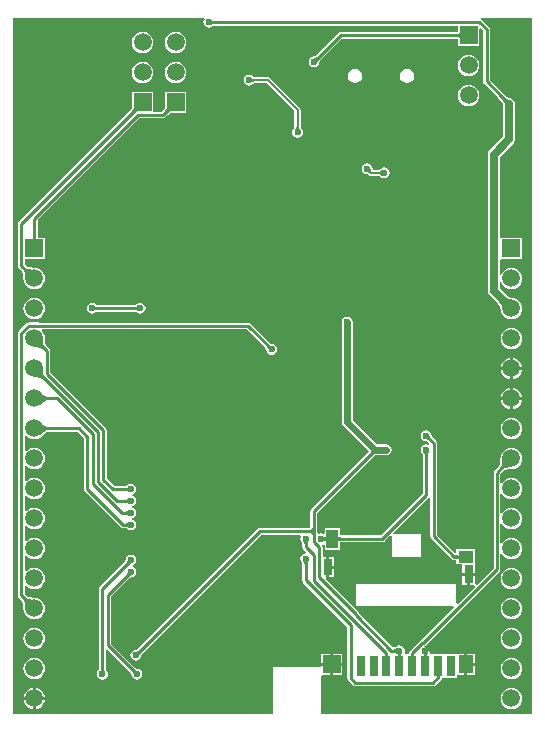
<source format=gbl>
G04*
G04 #@! TF.GenerationSoftware,Altium Limited,Altium Designer,18.1.9 (240)*
G04*
G04 Layer_Physical_Order=2*
G04 Layer_Color=16711680*
%FSLAX44Y44*%
%MOMM*%
G71*
G01*
G75*
%ADD12C,0.2000*%
%ADD13C,0.2540*%
%ADD80C,0.7000*%
%ADD83C,0.6000*%
%ADD84C,1.5000*%
%ADD85R,1.5000X1.5000*%
%ADD86C,0.6000*%
%ADD87R,1.0000X1.5500*%
%ADD88R,0.8000X1.4000*%
%ADD89R,0.7000X1.7500*%
%ADD90R,0.8000X1.5000*%
%ADD91R,1.3000X1.0000*%
%ADD92R,1.5000X1.5000*%
%ADD93R,1.3000X1.5000*%
G36*
X173313Y592942D02*
X173498Y592801D01*
X173698Y592677D01*
X173913Y592569D01*
X174143Y592477D01*
X174388Y592403D01*
X174648Y592345D01*
X174923Y592303D01*
X175213Y592278D01*
X175518Y592270D01*
Y589730D01*
X175213Y589722D01*
X174923Y589697D01*
X174648Y589655D01*
X174388Y589597D01*
X174143Y589523D01*
X173913Y589431D01*
X173698Y589323D01*
X173498Y589199D01*
X173313Y589058D01*
X173142Y588900D01*
Y593100D01*
X173313Y592942D01*
D02*
G37*
G36*
X383321Y577500D02*
X383295Y577741D01*
X383218Y577957D01*
X383090Y578148D01*
X382910Y578313D01*
X382678Y578452D01*
X382396Y578567D01*
X382061Y578656D01*
X381676Y578719D01*
X381239Y578757D01*
X380751Y578770D01*
Y581310D01*
X381239Y581323D01*
X381676Y581361D01*
X382061Y581424D01*
X382396Y581513D01*
X382678Y581628D01*
X382910Y581767D01*
X383090Y581932D01*
X383218Y582123D01*
X383295Y582339D01*
X383321Y582580D01*
Y577500D01*
D02*
G37*
G36*
X264093Y559827D02*
X263883Y559605D01*
X263696Y559383D01*
X263530Y559159D01*
X263388Y558934D01*
X263267Y558708D01*
X263169Y558480D01*
X263093Y558252D01*
X263040Y558022D01*
X263009Y557792D01*
X263000Y557560D01*
X260030Y560530D01*
X260262Y560539D01*
X260492Y560570D01*
X260722Y560623D01*
X260951Y560699D01*
X261178Y560797D01*
X261404Y560918D01*
X261629Y561060D01*
X261852Y561226D01*
X262075Y561413D01*
X262297Y561623D01*
X264093Y559827D01*
D02*
G37*
G36*
X419543Y529270D02*
X422559Y526664D01*
X423165Y526245D01*
X423713Y525919D01*
X424202Y525686D01*
X424631Y525547D01*
X425002Y525500D01*
X424538Y525036D01*
X424738Y525009D01*
X424970Y525000D01*
X422000Y522030D01*
X421991Y522262D01*
X421964Y522462D01*
X421500Y521998D01*
X421453Y522369D01*
X421314Y522799D01*
X421081Y523287D01*
X420755Y523835D01*
X420336Y524441D01*
X419219Y525831D01*
X417730Y527457D01*
X416846Y528358D01*
X418642Y530154D01*
X419543Y529270D01*
D02*
G37*
G36*
X444902Y5098D02*
X265934D01*
X265934Y37632D01*
X266832Y38530D01*
X273560D01*
Y46284D01*
X265806D01*
Y45770D01*
X264908Y44872D01*
X225294Y44882D01*
X225294Y5996D01*
X224396Y5098D01*
X5098D01*
Y594902D01*
X166639D01*
X167318Y593632D01*
X166738Y592765D01*
X166387Y591000D01*
X166738Y589235D01*
X167738Y587738D01*
X169235Y586739D01*
X171000Y586387D01*
X172765Y586739D01*
X174097Y587628D01*
X174264Y587690D01*
X174375Y587794D01*
X174435Y587839D01*
X174505Y587883D01*
X174588Y587924D01*
X174689Y587964D01*
X174809Y588001D01*
X174951Y588033D01*
X175117Y588058D01*
X175306Y588074D01*
X175563Y588081D01*
X175720Y588151D01*
X381736D01*
Y583045D01*
X381715Y583039D01*
X381470Y582999D01*
X381146Y582970D01*
X380708Y582959D01*
X380550Y582889D01*
X282510D01*
X282510Y582889D01*
X281420Y582672D01*
X280496Y582054D01*
X280496Y582054D01*
X261323Y562882D01*
X261162Y562820D01*
X260976Y562644D01*
X260831Y562522D01*
X260696Y562422D01*
X260573Y562344D01*
X260462Y562285D01*
X260363Y562242D01*
X260274Y562213D01*
X260194Y562194D01*
X260120Y562184D01*
X259967Y562178D01*
X259806Y562104D01*
X258235Y561791D01*
X256738Y560792D01*
X255739Y559295D01*
X255387Y557530D01*
X255739Y555765D01*
X256738Y554268D01*
X258235Y553269D01*
X260000Y552917D01*
X261765Y553269D01*
X263262Y554268D01*
X264261Y555765D01*
X264574Y557335D01*
X264648Y557497D01*
X264654Y557650D01*
X264664Y557724D01*
X264683Y557804D01*
X264712Y557893D01*
X264755Y557992D01*
X264814Y558103D01*
X264892Y558226D01*
X264992Y558361D01*
X265114Y558506D01*
X265290Y558692D01*
X265352Y558853D01*
X283690Y577191D01*
X380550D01*
X380708Y577121D01*
X381146Y577110D01*
X381470Y577081D01*
X381715Y577041D01*
X381736Y577035D01*
Y571016D01*
X399784D01*
Y585528D01*
X400957Y586014D01*
X403151Y583820D01*
Y541000D01*
X403151Y541000D01*
X403368Y539910D01*
X403986Y538986D01*
X415601Y527370D01*
X415668Y527203D01*
X416533Y526322D01*
X417967Y524756D01*
X419013Y523455D01*
X419366Y522943D01*
X419624Y522509D01*
X419778Y522186D01*
X419836Y522007D01*
X419863Y521792D01*
X419878Y521767D01*
Y510000D01*
Y494122D01*
X408378Y482622D01*
X407267Y480960D01*
X406878Y479000D01*
Y363800D01*
X407267Y361840D01*
X408378Y360178D01*
X415437Y353119D01*
X415461Y353057D01*
X415978Y352516D01*
X416410Y352018D01*
X416781Y351541D01*
X417092Y351085D01*
X417344Y350653D01*
X417541Y350248D01*
X417684Y349871D01*
X417780Y349520D01*
X417833Y349196D01*
X417853Y348795D01*
X417917Y348660D01*
X418208Y346444D01*
X419118Y344249D01*
X420564Y342364D01*
X422449Y340918D01*
X424644Y340008D01*
X427000Y339698D01*
X429356Y340008D01*
X431551Y340918D01*
X433436Y342364D01*
X434882Y344249D01*
X435792Y346444D01*
X436102Y348800D01*
X435792Y351156D01*
X434882Y353351D01*
X433436Y355236D01*
X431551Y356682D01*
X429356Y357592D01*
X427140Y357883D01*
X427005Y357947D01*
X426604Y357967D01*
X426280Y358020D01*
X425929Y358116D01*
X425552Y358259D01*
X425146Y358456D01*
X424715Y358708D01*
X424278Y359006D01*
X423268Y359837D01*
X422743Y360339D01*
X422681Y360363D01*
X417122Y365922D01*
Y371147D01*
X418392Y371400D01*
X419118Y369649D01*
X420564Y367764D01*
X422449Y366318D01*
X424644Y365408D01*
X427000Y365098D01*
X429356Y365408D01*
X431551Y366318D01*
X433436Y367764D01*
X434882Y369649D01*
X435792Y371844D01*
X436102Y374200D01*
X435792Y376556D01*
X434882Y378751D01*
X433436Y380636D01*
X431551Y382082D01*
X429356Y382992D01*
X427000Y383302D01*
X424644Y382992D01*
X422449Y382082D01*
X420564Y380636D01*
X419118Y378751D01*
X418392Y377000D01*
X417122Y377253D01*
Y389660D01*
X417976Y390576D01*
X418392Y390576D01*
X436024D01*
Y408624D01*
X418392D01*
X417976Y408624D01*
X417122Y409540D01*
Y476878D01*
X428622Y488378D01*
X429733Y490040D01*
X430122Y492000D01*
Y510000D01*
Y522000D01*
X429733Y523960D01*
X428622Y525622D01*
X426960Y526732D01*
X425358Y527051D01*
X425208Y527137D01*
X424993Y527164D01*
X424814Y527222D01*
X424491Y527376D01*
X424057Y527634D01*
X423569Y527971D01*
X420661Y530484D01*
X419797Y531331D01*
X419630Y531399D01*
X408849Y542180D01*
Y585000D01*
X408849Y585000D01*
X408632Y586090D01*
X408014Y587014D01*
X402014Y593014D01*
X401090Y593632D01*
X401089Y593632D01*
X401214Y594902D01*
X444902D01*
X444902Y5098D01*
D02*
G37*
G36*
X422173Y358602D02*
X423288Y357685D01*
X423833Y357313D01*
X424369Y356999D01*
X424897Y356744D01*
X425417Y356546D01*
X425928Y356406D01*
X426431Y356324D01*
X426925Y356300D01*
X419500Y348875D01*
X419476Y349369D01*
X419394Y349872D01*
X419254Y350383D01*
X419057Y350903D01*
X418801Y351431D01*
X418487Y351967D01*
X418115Y352512D01*
X417686Y353065D01*
X417198Y353627D01*
X416653Y354198D01*
X421603Y359147D01*
X422173Y358602D01*
D02*
G37*
%LPC*%
G36*
X142889Y583143D02*
X140533Y582832D01*
X138338Y581923D01*
X136453Y580477D01*
X135007Y578592D01*
X134097Y576396D01*
X133787Y574041D01*
X134097Y571685D01*
X135007Y569490D01*
X136453Y567605D01*
X138338Y566158D01*
X140533Y565249D01*
X142889Y564939D01*
X145245Y565249D01*
X147440Y566158D01*
X149325Y567605D01*
X150772Y569490D01*
X151681Y571685D01*
X151991Y574041D01*
X151681Y576396D01*
X150772Y578592D01*
X149325Y580477D01*
X147440Y581923D01*
X145245Y582832D01*
X142889Y583143D01*
D02*
G37*
G36*
X114949D02*
X112593Y582832D01*
X110398Y581923D01*
X108513Y580477D01*
X107067Y578592D01*
X106157Y576396D01*
X105847Y574041D01*
X106157Y571685D01*
X107067Y569490D01*
X108513Y567605D01*
X110398Y566158D01*
X112593Y565249D01*
X114949Y564939D01*
X117305Y565249D01*
X119500Y566158D01*
X121385Y567605D01*
X122832Y569490D01*
X123741Y571685D01*
X124051Y574041D01*
X123741Y576396D01*
X122832Y578592D01*
X121385Y580477D01*
X119500Y581923D01*
X117305Y582832D01*
X114949Y583143D01*
D02*
G37*
G36*
X390760Y563742D02*
X388404Y563432D01*
X386209Y562522D01*
X384324Y561076D01*
X382878Y559191D01*
X381968Y556996D01*
X381658Y554640D01*
X381968Y552284D01*
X382878Y550089D01*
X384324Y548204D01*
X386209Y546758D01*
X388404Y545848D01*
X390760Y545538D01*
X393116Y545848D01*
X395311Y546758D01*
X397196Y548204D01*
X398642Y550089D01*
X399552Y552284D01*
X399862Y554640D01*
X399552Y556996D01*
X398642Y559191D01*
X397196Y561076D01*
X395311Y562522D01*
X393116Y563432D01*
X390760Y563742D01*
D02*
G37*
G36*
X338580Y551892D02*
X336230Y551424D01*
X334237Y550093D01*
X332906Y548100D01*
X332438Y545750D01*
X332906Y543400D01*
X334237Y541407D01*
X336230Y540075D01*
X338580Y539608D01*
X340930Y540075D01*
X342923Y541407D01*
X344254Y543400D01*
X344722Y545750D01*
X344254Y548100D01*
X342923Y550093D01*
X340930Y551424D01*
X338580Y551892D01*
D02*
G37*
G36*
X294580D02*
X292229Y551424D01*
X290237Y550093D01*
X288906Y548100D01*
X288438Y545750D01*
X288906Y543400D01*
X290237Y541407D01*
X292229Y540075D01*
X294580Y539608D01*
X296930Y540075D01*
X298923Y541407D01*
X300254Y543400D01*
X300722Y545750D01*
X300254Y548100D01*
X298923Y550093D01*
X296930Y551424D01*
X294580Y551892D01*
D02*
G37*
G36*
X142889Y557743D02*
X140533Y557433D01*
X138338Y556523D01*
X136453Y555077D01*
X135007Y553192D01*
X134097Y550997D01*
X133787Y548641D01*
X134097Y546285D01*
X135007Y544090D01*
X136453Y542205D01*
X138338Y540758D01*
X140533Y539849D01*
X142889Y539539D01*
X145245Y539849D01*
X147440Y540758D01*
X149325Y542205D01*
X150772Y544090D01*
X151681Y546285D01*
X151991Y548641D01*
X151681Y550997D01*
X150772Y553192D01*
X149325Y555077D01*
X147440Y556523D01*
X145245Y557433D01*
X142889Y557743D01*
D02*
G37*
G36*
X114949D02*
X112593Y557433D01*
X110398Y556523D01*
X108513Y555077D01*
X107067Y553192D01*
X106157Y550997D01*
X105847Y548641D01*
X106157Y546285D01*
X107067Y544090D01*
X108513Y542205D01*
X110398Y540758D01*
X112593Y539849D01*
X114949Y539539D01*
X117305Y539849D01*
X119500Y540758D01*
X121385Y542205D01*
X122832Y544090D01*
X123741Y546285D01*
X124051Y548641D01*
X123741Y550997D01*
X122832Y553192D01*
X121385Y555077D01*
X119500Y556523D01*
X117305Y557433D01*
X114949Y557743D01*
D02*
G37*
G36*
X390760Y538342D02*
X388404Y538032D01*
X386209Y537122D01*
X384324Y535676D01*
X382878Y533791D01*
X381968Y531596D01*
X381658Y529240D01*
X381968Y526884D01*
X382878Y524689D01*
X384324Y522804D01*
X386209Y521358D01*
X388404Y520448D01*
X390760Y520138D01*
X393116Y520448D01*
X395311Y521358D01*
X397196Y522804D01*
X398642Y524689D01*
X399552Y526884D01*
X399862Y529240D01*
X399552Y531596D01*
X398642Y533791D01*
X397196Y535676D01*
X395311Y537122D01*
X393116Y538032D01*
X390760Y538342D01*
D02*
G37*
G36*
X151913Y532265D02*
X133865D01*
Y519743D01*
X133790Y519621D01*
X133822Y519489D01*
X133770Y519363D01*
X133865Y519134D01*
Y518621D01*
X133808Y518521D01*
X133607Y518232D01*
X132902Y517399D01*
X132437Y516917D01*
X132372Y516752D01*
X130939Y515320D01*
X123973D01*
Y532265D01*
X105925D01*
Y519743D01*
X105850Y519621D01*
X105882Y519489D01*
X105830Y519363D01*
X105925Y519134D01*
Y518621D01*
X105868Y518521D01*
X105667Y518232D01*
X104962Y517399D01*
X104497Y516917D01*
X104432Y516752D01*
X10216Y422536D01*
X9598Y421612D01*
X9381Y420522D01*
X9381Y420522D01*
Y384970D01*
X9381Y384970D01*
X9598Y383880D01*
X10216Y382956D01*
X12398Y380773D01*
X12444Y380633D01*
X12725Y380308D01*
X12926Y379998D01*
X13124Y379600D01*
X13308Y379111D01*
X13473Y378528D01*
X13613Y377855D01*
X13720Y377111D01*
X13843Y375290D01*
X13851Y374263D01*
X13908Y374129D01*
X14208Y371844D01*
X15118Y369649D01*
X16564Y367764D01*
X18449Y366318D01*
X20644Y365408D01*
X23000Y365098D01*
X25356Y365408D01*
X27551Y366318D01*
X29436Y367764D01*
X30882Y369649D01*
X31792Y371844D01*
X32102Y374200D01*
X31792Y376556D01*
X30882Y378751D01*
X29436Y380636D01*
X27551Y382082D01*
X25356Y382992D01*
X23071Y383293D01*
X22937Y383349D01*
X21910Y383357D01*
X20089Y383480D01*
X19345Y383587D01*
X18672Y383727D01*
X18089Y383892D01*
X17600Y384076D01*
X17202Y384273D01*
X16892Y384475D01*
X16567Y384756D01*
X16427Y384802D01*
X15079Y386150D01*
Y390576D01*
X32024D01*
Y408624D01*
X26005D01*
X25999Y408645D01*
X25959Y408890D01*
X25930Y409215D01*
X25919Y409652D01*
X25849Y409810D01*
Y423691D01*
X111780Y509622D01*
X132119D01*
X132119Y509622D01*
X133209Y509839D01*
X134134Y510456D01*
X136385Y512708D01*
X136542Y512766D01*
X137503Y513659D01*
X137862Y513946D01*
X138170Y514160D01*
X138269Y514217D01*
X138782D01*
X139012Y514122D01*
X139137Y514174D01*
X139269Y514142D01*
X139391Y514217D01*
X151913D01*
Y532265D01*
D02*
G37*
G36*
X204920Y546613D02*
X203155Y546261D01*
X201658Y545262D01*
X200658Y543765D01*
X200307Y542000D01*
X200658Y540235D01*
X201658Y538738D01*
X203155Y537738D01*
X204920Y537387D01*
X206685Y537738D01*
X208042Y538645D01*
X208201Y538707D01*
X208379Y538876D01*
X208513Y538987D01*
X208642Y539079D01*
X208768Y539154D01*
X208891Y539215D01*
X209013Y539263D01*
X209137Y539300D01*
X209266Y539327D01*
X209403Y539343D01*
X209614Y539352D01*
X209776Y539427D01*
X219934D01*
X243426Y515934D01*
Y502856D01*
X243352Y502694D01*
X243343Y502482D01*
X243327Y502346D01*
X243300Y502217D01*
X243263Y502093D01*
X243215Y501971D01*
X243154Y501848D01*
X243079Y501722D01*
X242987Y501592D01*
X242876Y501459D01*
X242707Y501281D01*
X242645Y501122D01*
X241738Y499765D01*
X241387Y498000D01*
X241738Y496235D01*
X242738Y494738D01*
X244235Y493739D01*
X246000Y493387D01*
X247765Y493739D01*
X249262Y494738D01*
X250261Y496235D01*
X250613Y498000D01*
X250261Y499765D01*
X249355Y501122D01*
X249293Y501281D01*
X249124Y501459D01*
X249013Y501593D01*
X248921Y501722D01*
X248846Y501848D01*
X248785Y501971D01*
X248737Y502093D01*
X248700Y502217D01*
X248673Y502346D01*
X248657Y502482D01*
X248648Y502694D01*
X248573Y502856D01*
Y517000D01*
X248378Y517985D01*
X247820Y518820D01*
X222820Y543820D01*
X221985Y544378D01*
X221000Y544574D01*
X209776D01*
X209614Y544648D01*
X209403Y544657D01*
X209266Y544673D01*
X209137Y544700D01*
X209013Y544737D01*
X208891Y544785D01*
X208768Y544846D01*
X208642Y544921D01*
X208513Y545013D01*
X208379Y545124D01*
X208201Y545293D01*
X208042Y545355D01*
X206685Y546261D01*
X204920Y546613D01*
D02*
G37*
G36*
X305000Y471553D02*
X303235Y471201D01*
X301738Y470201D01*
X300739Y468705D01*
X300387Y466940D01*
X300739Y465175D01*
X301738Y463678D01*
X303235Y462678D01*
X304835Y462360D01*
X304992Y462291D01*
X305236Y462285D01*
X305410Y462269D01*
X305567Y462243D01*
X305709Y462207D01*
X305839Y462163D01*
X305959Y462110D01*
X306073Y462049D01*
X306183Y461977D01*
X306291Y461892D01*
X306446Y461749D01*
X306614Y461687D01*
X306620Y461680D01*
X307455Y461122D01*
X308440Y460927D01*
X314644D01*
X314806Y460852D01*
X315018Y460843D01*
X315154Y460827D01*
X315283Y460800D01*
X315407Y460763D01*
X315529Y460715D01*
X315652Y460654D01*
X315778Y460579D01*
X315907Y460487D01*
X316041Y460376D01*
X316219Y460207D01*
X316378Y460145D01*
X317735Y459239D01*
X319500Y458887D01*
X321265Y459239D01*
X322762Y460238D01*
X323761Y461735D01*
X324113Y463500D01*
X323761Y465265D01*
X322762Y466762D01*
X321265Y467761D01*
X319500Y468113D01*
X317735Y467761D01*
X316378Y466855D01*
X316219Y466793D01*
X316041Y466624D01*
X315907Y466513D01*
X315778Y466421D01*
X315652Y466346D01*
X315529Y466285D01*
X315407Y466237D01*
X315283Y466200D01*
X315154Y466173D01*
X315018Y466157D01*
X314806Y466148D01*
X314644Y466073D01*
X309789D01*
X309777Y466101D01*
X309733Y466231D01*
X309697Y466373D01*
X309671Y466530D01*
X309655Y466703D01*
X309649Y466948D01*
X309580Y467105D01*
X309261Y468705D01*
X308262Y470201D01*
X306765Y471201D01*
X305000Y471553D01*
D02*
G37*
G36*
X112780Y353413D02*
X111015Y353061D01*
X109683Y352172D01*
X109516Y352110D01*
X109404Y352006D01*
X109345Y351961D01*
X109275Y351917D01*
X109192Y351875D01*
X109091Y351836D01*
X108971Y351799D01*
X108829Y351767D01*
X108663Y351742D01*
X108474Y351726D01*
X108217Y351719D01*
X108060Y351649D01*
X76720D01*
X76563Y351719D01*
X76306Y351726D01*
X76117Y351742D01*
X75951Y351767D01*
X75809Y351799D01*
X75689Y351836D01*
X75588Y351876D01*
X75505Y351917D01*
X75435Y351961D01*
X75376Y352006D01*
X75264Y352110D01*
X75097Y352172D01*
X73765Y353061D01*
X72000Y353413D01*
X70235Y353061D01*
X68738Y352062D01*
X67738Y350565D01*
X67387Y348800D01*
X67738Y347035D01*
X68738Y345538D01*
X70235Y344538D01*
X72000Y344187D01*
X73765Y344538D01*
X75097Y345428D01*
X75264Y345490D01*
X75376Y345594D01*
X75435Y345639D01*
X75505Y345683D01*
X75588Y345724D01*
X75689Y345764D01*
X75809Y345801D01*
X75951Y345833D01*
X76117Y345858D01*
X76306Y345874D01*
X76563Y345881D01*
X76720Y345951D01*
X108060D01*
X108217Y345881D01*
X108474Y345874D01*
X108663Y345858D01*
X108829Y345833D01*
X108971Y345801D01*
X109091Y345764D01*
X109192Y345724D01*
X109275Y345683D01*
X109345Y345639D01*
X109404Y345594D01*
X109516Y345490D01*
X109683Y345428D01*
X111015Y344538D01*
X112780Y344187D01*
X114545Y344538D01*
X116042Y345538D01*
X117042Y347035D01*
X117393Y348800D01*
X117042Y350565D01*
X116042Y352062D01*
X114545Y353061D01*
X112780Y353413D01*
D02*
G37*
G36*
X23000Y357902D02*
X20644Y357592D01*
X18449Y356682D01*
X16564Y355236D01*
X15118Y353351D01*
X14208Y351156D01*
X13898Y348800D01*
X14208Y346444D01*
X15118Y344249D01*
X16564Y342364D01*
X18449Y340918D01*
X20644Y340008D01*
X23000Y339698D01*
X25356Y340008D01*
X27551Y340918D01*
X29436Y342364D01*
X30882Y344249D01*
X31792Y346444D01*
X32102Y348800D01*
X31792Y351156D01*
X30882Y353351D01*
X29436Y355236D01*
X27551Y356682D01*
X25356Y357592D01*
X23000Y357902D01*
D02*
G37*
G36*
X427000Y332502D02*
X424644Y332192D01*
X422449Y331282D01*
X420564Y329836D01*
X419118Y327951D01*
X418208Y325756D01*
X417898Y323400D01*
X418208Y321044D01*
X419118Y318849D01*
X420564Y316964D01*
X422449Y315518D01*
X424644Y314608D01*
X427000Y314298D01*
X429356Y314608D01*
X431551Y315518D01*
X433436Y316964D01*
X434882Y318849D01*
X435792Y321044D01*
X436102Y323400D01*
X435792Y325756D01*
X434882Y327951D01*
X433436Y329836D01*
X431551Y331282D01*
X429356Y332192D01*
X427000Y332502D01*
D02*
G37*
G36*
X27461Y337019D02*
X27461Y337019D01*
X18539D01*
X17449Y336802D01*
X16525Y336184D01*
X16524Y336184D01*
X9986Y329645D01*
X9368Y328721D01*
X9151Y327631D01*
X9151Y327631D01*
Y105800D01*
X9151Y105800D01*
X9368Y104710D01*
X9986Y103786D01*
X12398Y101373D01*
X12444Y101233D01*
X12725Y100908D01*
X12926Y100598D01*
X13124Y100200D01*
X13308Y99711D01*
X13473Y99128D01*
X13613Y98455D01*
X13720Y97711D01*
X13843Y95890D01*
X13851Y94863D01*
X13908Y94729D01*
X14208Y92444D01*
X15118Y90249D01*
X16564Y88364D01*
X18449Y86918D01*
X20644Y86008D01*
X23000Y85698D01*
X25356Y86008D01*
X27551Y86918D01*
X29436Y88364D01*
X30882Y90249D01*
X31792Y92444D01*
X32102Y94800D01*
X31792Y97156D01*
X30882Y99351D01*
X29436Y101236D01*
X27551Y102682D01*
X25356Y103592D01*
X23071Y103892D01*
X22937Y103949D01*
X21910Y103957D01*
X20089Y104080D01*
X19345Y104187D01*
X18672Y104327D01*
X18089Y104492D01*
X17600Y104676D01*
X17202Y104873D01*
X16892Y105075D01*
X16567Y105356D01*
X16427Y105402D01*
X14849Y106980D01*
Y113913D01*
X16119Y114344D01*
X16564Y113764D01*
X18449Y112318D01*
X20644Y111408D01*
X23000Y111098D01*
X25356Y111408D01*
X27551Y112318D01*
X29436Y113764D01*
X30882Y115649D01*
X31792Y117844D01*
X32102Y120200D01*
X31792Y122556D01*
X30882Y124751D01*
X29436Y126636D01*
X27551Y128082D01*
X25356Y128992D01*
X23000Y129302D01*
X20644Y128992D01*
X18449Y128082D01*
X16564Y126636D01*
X16119Y126056D01*
X14849Y126487D01*
Y139313D01*
X16119Y139744D01*
X16564Y139164D01*
X18449Y137718D01*
X20644Y136808D01*
X23000Y136498D01*
X25356Y136808D01*
X27551Y137718D01*
X29436Y139164D01*
X30882Y141049D01*
X31792Y143244D01*
X32102Y145600D01*
X31792Y147956D01*
X30882Y150151D01*
X29436Y152036D01*
X27551Y153482D01*
X25356Y154392D01*
X23000Y154702D01*
X20644Y154392D01*
X18449Y153482D01*
X16564Y152036D01*
X16119Y151456D01*
X14849Y151887D01*
Y164713D01*
X16119Y165144D01*
X16564Y164564D01*
X18449Y163118D01*
X20644Y162208D01*
X23000Y161898D01*
X25356Y162208D01*
X27551Y163118D01*
X29436Y164564D01*
X30882Y166449D01*
X31792Y168644D01*
X32102Y171000D01*
X31792Y173356D01*
X30882Y175551D01*
X29436Y177436D01*
X27551Y178882D01*
X25356Y179792D01*
X23000Y180102D01*
X20644Y179792D01*
X18449Y178882D01*
X16564Y177436D01*
X16119Y176856D01*
X14849Y177287D01*
Y190113D01*
X16119Y190544D01*
X16564Y189964D01*
X18449Y188518D01*
X20644Y187608D01*
X23000Y187298D01*
X25356Y187608D01*
X27551Y188518D01*
X29436Y189964D01*
X30882Y191849D01*
X31792Y194044D01*
X32102Y196400D01*
X31792Y198756D01*
X30882Y200951D01*
X29436Y202836D01*
X27551Y204282D01*
X25356Y205192D01*
X23000Y205502D01*
X20644Y205192D01*
X18449Y204282D01*
X16564Y202836D01*
X16119Y202256D01*
X14849Y202687D01*
Y215513D01*
X16119Y215944D01*
X16564Y215364D01*
X18449Y213918D01*
X20644Y213008D01*
X23000Y212698D01*
X25356Y213008D01*
X27551Y213918D01*
X29436Y215364D01*
X30882Y217249D01*
X31792Y219444D01*
X32102Y221800D01*
X31792Y224156D01*
X30882Y226351D01*
X29436Y228236D01*
X27551Y229682D01*
X25356Y230592D01*
X23000Y230902D01*
X20644Y230592D01*
X18449Y229682D01*
X16564Y228236D01*
X16119Y227656D01*
X14849Y228087D01*
Y240913D01*
X16119Y241344D01*
X16564Y240764D01*
X18449Y239318D01*
X20644Y238408D01*
X23000Y238098D01*
X25356Y238408D01*
X27551Y239318D01*
X29379Y240720D01*
X29514Y240775D01*
X30246Y241496D01*
X31621Y242696D01*
X32222Y243146D01*
X32797Y243524D01*
X33325Y243819D01*
X33802Y244035D01*
X34223Y244177D01*
X34585Y244253D01*
X35013Y244285D01*
X35145Y244351D01*
X59779D01*
X65071Y239059D01*
Y196080D01*
X65071Y196080D01*
X65288Y194990D01*
X65906Y194066D01*
X96446Y163526D01*
X96446Y163526D01*
X97370Y162908D01*
X98460Y162691D01*
X98460Y162691D01*
X100210D01*
X100367Y162621D01*
X100624Y162614D01*
X100813Y162598D01*
X100979Y162573D01*
X101121Y162541D01*
X101241Y162504D01*
X101342Y162464D01*
X101425Y162423D01*
X101495Y162379D01*
X101554Y162334D01*
X101666Y162230D01*
X101833Y162168D01*
X103165Y161278D01*
X104930Y160927D01*
X106695Y161278D01*
X108192Y162278D01*
X109192Y163775D01*
X109543Y165540D01*
X109192Y167305D01*
X108192Y168802D01*
X106695Y169802D01*
X106237Y169893D01*
Y171187D01*
X106695Y171278D01*
X108192Y172278D01*
X109192Y173775D01*
X109543Y175540D01*
X109192Y177305D01*
X108192Y178802D01*
X106695Y179802D01*
X106237Y179893D01*
Y181187D01*
X106695Y181278D01*
X108192Y182278D01*
X109192Y183775D01*
X109543Y185540D01*
X109192Y187305D01*
X108192Y188802D01*
X106695Y189802D01*
X106237Y189893D01*
Y191187D01*
X106695Y191278D01*
X108192Y192278D01*
X109192Y193775D01*
X109543Y195540D01*
X109192Y197305D01*
X108192Y198802D01*
X106695Y199802D01*
X104930Y200153D01*
X103165Y199802D01*
X101833Y198912D01*
X101666Y198850D01*
X101554Y198746D01*
X101495Y198701D01*
X101425Y198657D01*
X101342Y198615D01*
X101241Y198576D01*
X101121Y198539D01*
X100979Y198507D01*
X100813Y198482D01*
X100624Y198466D01*
X100367Y198459D01*
X100210Y198389D01*
X91060D01*
X84389Y205061D01*
Y245880D01*
X84389Y245881D01*
X84172Y246971D01*
X83554Y247895D01*
X36849Y294601D01*
Y312400D01*
X36849Y312400D01*
X36632Y313490D01*
X36014Y314414D01*
X36014Y314414D01*
X33602Y316827D01*
X33556Y316967D01*
X33275Y317292D01*
X33073Y317602D01*
X32876Y318000D01*
X32692Y318489D01*
X32527Y319072D01*
X32387Y319745D01*
X32280Y320489D01*
X32157Y322310D01*
X32149Y323337D01*
X32092Y323471D01*
X31792Y325756D01*
X30882Y327951D01*
X29436Y329836D01*
X29289Y329949D01*
X29697Y331151D01*
X202820D01*
X218648Y315323D01*
X218710Y315162D01*
X218886Y314976D01*
X219008Y314831D01*
X219108Y314696D01*
X219186Y314573D01*
X219245Y314462D01*
X219288Y314363D01*
X219317Y314274D01*
X219336Y314194D01*
X219346Y314120D01*
X219352Y313967D01*
X219426Y313806D01*
X219739Y312235D01*
X220738Y310738D01*
X222235Y309739D01*
X224000Y309387D01*
X225765Y309739D01*
X227262Y310738D01*
X228262Y312235D01*
X228613Y314000D01*
X228262Y315765D01*
X227262Y317262D01*
X225765Y318262D01*
X224195Y318574D01*
X224033Y318648D01*
X223880Y318654D01*
X223806Y318664D01*
X223726Y318683D01*
X223637Y318712D01*
X223538Y318755D01*
X223427Y318814D01*
X223304Y318892D01*
X223169Y318992D01*
X223024Y319114D01*
X222838Y319290D01*
X222677Y319352D01*
X206014Y336014D01*
X205090Y336632D01*
X204000Y336849D01*
X204000Y336849D01*
X28316D01*
X27461Y337019D01*
D02*
G37*
G36*
X428270Y306935D02*
Y299270D01*
X435935D01*
X435792Y300356D01*
X434882Y302551D01*
X433436Y304436D01*
X431551Y305882D01*
X429356Y306792D01*
X428270Y306935D01*
D02*
G37*
G36*
X425730Y306935D02*
X424644Y306792D01*
X422449Y305882D01*
X420564Y304436D01*
X419118Y302551D01*
X418208Y300356D01*
X418065Y299270D01*
X425730D01*
Y306935D01*
D02*
G37*
G36*
Y296730D02*
X418065D01*
X418208Y295644D01*
X419118Y293449D01*
X420564Y291564D01*
X422449Y290118D01*
X424644Y289208D01*
X425730Y289065D01*
Y296730D01*
D02*
G37*
G36*
X435935D02*
X428270D01*
Y289065D01*
X429356Y289208D01*
X431551Y290118D01*
X433436Y291564D01*
X434882Y293449D01*
X435792Y295644D01*
X435935Y296730D01*
D02*
G37*
G36*
X428270Y281535D02*
Y273870D01*
X435935D01*
X435792Y274956D01*
X434882Y277151D01*
X433436Y279036D01*
X431551Y280482D01*
X429356Y281392D01*
X428270Y281535D01*
D02*
G37*
G36*
X425730Y281535D02*
X424644Y281392D01*
X422449Y280482D01*
X420564Y279036D01*
X419118Y277151D01*
X418208Y274956D01*
X418065Y273870D01*
X425730D01*
Y281535D01*
D02*
G37*
G36*
Y271330D02*
X418065D01*
X418208Y270244D01*
X419118Y268049D01*
X420564Y266164D01*
X422449Y264718D01*
X424644Y263808D01*
X425730Y263665D01*
Y271330D01*
D02*
G37*
G36*
X435935D02*
X428270D01*
Y263665D01*
X429356Y263808D01*
X431551Y264718D01*
X433436Y266164D01*
X434882Y268049D01*
X435792Y270244D01*
X435935Y271330D01*
D02*
G37*
G36*
X427000Y256302D02*
X424644Y255992D01*
X422449Y255082D01*
X420564Y253636D01*
X419118Y251751D01*
X418208Y249556D01*
X417898Y247200D01*
X418208Y244844D01*
X419118Y242649D01*
X420564Y240764D01*
X422449Y239318D01*
X424644Y238408D01*
X427000Y238098D01*
X429356Y238408D01*
X431551Y239318D01*
X433436Y240764D01*
X434882Y242649D01*
X435792Y244844D01*
X436102Y247200D01*
X435792Y249556D01*
X434882Y251751D01*
X433436Y253636D01*
X431551Y255082D01*
X429356Y255992D01*
X427000Y256302D01*
D02*
G37*
G36*
X288000Y341613D02*
X286235Y341261D01*
X284738Y340262D01*
X283738Y338765D01*
X283387Y337000D01*
Y325000D01*
Y252686D01*
X283738Y250921D01*
X284738Y249425D01*
X306194Y227969D01*
X304182Y225636D01*
X303448Y224891D01*
X303380Y224723D01*
X257716Y179058D01*
X257098Y178134D01*
X256881Y177044D01*
X256881Y177044D01*
Y164191D01*
X256842Y164133D01*
X256852Y164083D01*
X256444Y163330D01*
X255641Y162904D01*
X255597Y162913D01*
X255597Y162913D01*
X213988D01*
X213988Y162913D01*
X212898Y162696D01*
X211974Y162078D01*
X211974Y162078D01*
X110285Y60390D01*
X110124Y60328D01*
X109938Y60152D01*
X109793Y60030D01*
X109658Y59930D01*
X109535Y59852D01*
X109424Y59793D01*
X109325Y59750D01*
X109236Y59721D01*
X109156Y59702D01*
X109082Y59692D01*
X108929Y59686D01*
X108767Y59612D01*
X107197Y59300D01*
X105700Y58300D01*
X104700Y56803D01*
X104349Y55038D01*
X104700Y53273D01*
X105700Y51776D01*
X107197Y50777D01*
X108962Y50425D01*
X110727Y50777D01*
X112224Y51776D01*
X113223Y53273D01*
X113536Y54843D01*
X113610Y55005D01*
X113616Y55158D01*
X113626Y55232D01*
X113645Y55312D01*
X113674Y55401D01*
X113717Y55500D01*
X113776Y55611D01*
X113854Y55734D01*
X113954Y55869D01*
X114076Y56014D01*
X114253Y56200D01*
X114314Y56361D01*
X215168Y157215D01*
X248318D01*
X248997Y155945D01*
X248738Y155559D01*
X248387Y153794D01*
X248738Y152029D01*
X249628Y150697D01*
X249690Y150530D01*
X249794Y150418D01*
X249839Y150359D01*
X249883Y150289D01*
X249925Y150206D01*
X249964Y150105D01*
X250001Y149985D01*
X250033Y149843D01*
X250058Y149677D01*
X250074Y149488D01*
X250081Y149231D01*
X250151Y149074D01*
Y147000D01*
X250151Y147000D01*
X250368Y145910D01*
X250986Y144986D01*
X253203Y142768D01*
X252635Y141540D01*
X251234Y141261D01*
X249738Y140261D01*
X248738Y138765D01*
X248387Y137000D01*
X248738Y135235D01*
X249628Y133903D01*
X249690Y133736D01*
X249793Y133624D01*
X249839Y133564D01*
X249882Y133495D01*
X249924Y133411D01*
X249964Y133311D01*
X250000Y133191D01*
X250032Y133048D01*
X250057Y132883D01*
X250074Y132694D01*
X250081Y132437D01*
X250151Y132280D01*
Y118580D01*
X250151Y118580D01*
X250368Y117490D01*
X250985Y116566D01*
X288151Y79399D01*
Y36000D01*
X288151Y36000D01*
X288368Y34910D01*
X288986Y33986D01*
X292986Y29986D01*
X292986Y29986D01*
X293910Y29368D01*
X295000Y29151D01*
X361000D01*
X361000Y29151D01*
X362090Y29368D01*
X363014Y29986D01*
X367344Y34316D01*
X367344Y34316D01*
X367962Y35240D01*
X368119Y36030D01*
X370036D01*
X370354Y36030D01*
X371306D01*
X371624Y36030D01*
X381354D01*
Y38530D01*
X387060D01*
Y47554D01*
Y56578D01*
X371624D01*
X371306Y56578D01*
X370354D01*
X370036Y56578D01*
X360624D01*
X360306Y56578D01*
X359260D01*
X358079Y56896D01*
X357831Y57457D01*
X357596Y58024D01*
X357577Y58032D01*
X357569Y58051D01*
X357562Y58054D01*
X356997Y58272D01*
X356903Y58311D01*
Y59000D01*
X356708Y59985D01*
X356150Y60820D01*
X355315Y61378D01*
X354330Y61574D01*
X353745Y61457D01*
X353633Y61643D01*
X353360Y62638D01*
X354284Y63256D01*
X417014Y125986D01*
X417632Y126910D01*
X417849Y128000D01*
X417849Y128000D01*
Y140794D01*
X419118Y141049D01*
X420564Y139164D01*
X422449Y137718D01*
X424644Y136808D01*
X427000Y136498D01*
X429356Y136808D01*
X431551Y137718D01*
X433436Y139164D01*
X434882Y141049D01*
X435792Y143244D01*
X436102Y145600D01*
X435792Y147956D01*
X434882Y150151D01*
X433436Y152036D01*
X431551Y153482D01*
X429356Y154392D01*
X427000Y154702D01*
X424644Y154392D01*
X422449Y153482D01*
X420564Y152036D01*
X419118Y150151D01*
X417849Y150406D01*
Y166194D01*
X419118Y166449D01*
X420564Y164564D01*
X422449Y163118D01*
X424644Y162208D01*
X427000Y161898D01*
X429356Y162208D01*
X431551Y163118D01*
X433436Y164564D01*
X434882Y166449D01*
X435792Y168644D01*
X436102Y171000D01*
X435792Y173356D01*
X434882Y175551D01*
X433436Y177436D01*
X431551Y178882D01*
X429356Y179792D01*
X427000Y180102D01*
X424644Y179792D01*
X422449Y178882D01*
X420564Y177436D01*
X419118Y175551D01*
X417849Y175806D01*
Y191594D01*
X419118Y191849D01*
X420564Y189964D01*
X422449Y188518D01*
X424644Y187608D01*
X427000Y187298D01*
X429356Y187608D01*
X431551Y188518D01*
X433436Y189964D01*
X434882Y191849D01*
X435792Y194044D01*
X436102Y196400D01*
X435792Y198756D01*
X434882Y200951D01*
X433436Y202836D01*
X431551Y204282D01*
X429356Y205192D01*
X427000Y205502D01*
X424644Y205192D01*
X422449Y204282D01*
X420564Y202836D01*
X419118Y200951D01*
X417849Y201206D01*
Y208620D01*
X420427Y211198D01*
X420567Y211244D01*
X420892Y211525D01*
X421202Y211726D01*
X421600Y211924D01*
X422089Y212108D01*
X422672Y212273D01*
X423345Y212412D01*
X424089Y212519D01*
X425910Y212643D01*
X426937Y212651D01*
X427071Y212708D01*
X429356Y213008D01*
X431551Y213918D01*
X433436Y215364D01*
X434882Y217249D01*
X435792Y219444D01*
X436102Y221800D01*
X435792Y224156D01*
X434882Y226351D01*
X433436Y228236D01*
X431551Y229682D01*
X429356Y230592D01*
X427000Y230902D01*
X424644Y230592D01*
X422449Y229682D01*
X420564Y228236D01*
X419118Y226351D01*
X418208Y224156D01*
X417907Y221871D01*
X417851Y221737D01*
X417843Y220710D01*
X417720Y218889D01*
X417612Y218145D01*
X417473Y217472D01*
X417308Y216889D01*
X417124Y216400D01*
X416927Y216002D01*
X416725Y215692D01*
X416444Y215367D01*
X416398Y215227D01*
X412986Y211814D01*
X412368Y210890D01*
X412151Y209800D01*
X412151Y209800D01*
Y129180D01*
X397874Y114903D01*
X396604Y115429D01*
Y122284D01*
X392350D01*
Y114530D01*
X395705D01*
X396231Y113260D01*
X381503Y98532D01*
X380330Y99018D01*
Y115694D01*
X295330D01*
Y96644D01*
X377956D01*
X378442Y95471D01*
X350930Y67959D01*
X350643Y67902D01*
X349719Y67284D01*
X349719Y67284D01*
X341316Y58882D01*
X340698Y57957D01*
X340556Y57241D01*
X340411Y56924D01*
X340399Y56578D01*
X338624D01*
X338306Y56578D01*
X337354D01*
X336713Y57848D01*
X336943Y59000D01*
X336591Y60765D01*
X335592Y62262D01*
X334095Y63261D01*
X332330Y63613D01*
X330565Y63261D01*
X329233Y62372D01*
X329066Y62310D01*
X328954Y62206D01*
X328895Y62161D01*
X328825Y62117D01*
X328742Y62076D01*
X328641Y62036D01*
X328521Y61999D01*
X328379Y61967D01*
X328213Y61942D01*
X328024Y61926D01*
X327767Y61919D01*
X327610Y61849D01*
X326688D01*
X298267Y90270D01*
X298052Y91349D01*
X297435Y92273D01*
X297435Y92273D01*
X269742Y119967D01*
X270228Y121140D01*
X270370D01*
Y129664D01*
Y138188D01*
X267219D01*
Y146460D01*
X267219Y146460D01*
X267002Y147550D01*
X266903Y147698D01*
X267323Y149008D01*
X267738Y149159D01*
X268926Y148387D01*
Y144520D01*
X281974D01*
Y150789D01*
X281995Y150795D01*
X282240Y150835D01*
X282565Y150864D01*
X283002Y150875D01*
X283160Y150945D01*
X317794D01*
X317794Y150945D01*
X318884Y151162D01*
X319808Y151780D01*
X324560Y156531D01*
X325830Y156005D01*
Y138554D01*
X350830D01*
Y157604D01*
X327429D01*
X326903Y158874D01*
X357014Y188986D01*
X357014Y188986D01*
X357151Y189191D01*
X358421Y188805D01*
Y155730D01*
X358421Y155730D01*
X358638Y154640D01*
X359256Y153716D01*
X376432Y136540D01*
X376432Y136540D01*
X377356Y135922D01*
X378446Y135705D01*
X378446Y135705D01*
X379270D01*
X379428Y135635D01*
X379865Y135624D01*
X380190Y135595D01*
X380434Y135555D01*
X380456Y135549D01*
Y132030D01*
X385556D01*
Y124824D01*
X391080D01*
X396604D01*
Y132578D01*
X396504D01*
Y145078D01*
X380456D01*
Y142361D01*
X379186Y141843D01*
X364119Y156910D01*
Y234730D01*
X364119Y234730D01*
X363902Y235820D01*
X363284Y236744D01*
X363284Y236744D01*
X360352Y239677D01*
X360290Y239838D01*
X360114Y240024D01*
X359992Y240169D01*
X359892Y240304D01*
X359814Y240427D01*
X359755Y240538D01*
X359712Y240637D01*
X359683Y240726D01*
X359664Y240806D01*
X359654Y240880D01*
X359648Y241033D01*
X359574Y241194D01*
X359262Y242765D01*
X358262Y244262D01*
X356765Y245261D01*
X355000Y245613D01*
X353235Y245261D01*
X351738Y244262D01*
X350738Y242765D01*
X350387Y241000D01*
X350738Y239235D01*
X351738Y237738D01*
X353235Y236738D01*
X354805Y236426D01*
X354967Y236352D01*
X355120Y236346D01*
X355194Y236336D01*
X355274Y236317D01*
X355363Y236288D01*
X355462Y236245D01*
X355573Y236186D01*
X355696Y236108D01*
X355831Y236008D01*
X355976Y235886D01*
X356162Y235710D01*
X356323Y235648D01*
X357725Y234246D01*
X357692Y234170D01*
X356765Y233262D01*
X355000Y233613D01*
X353235Y233262D01*
X351738Y232262D01*
X350738Y230765D01*
X350387Y229000D01*
X350738Y227235D01*
X351628Y225903D01*
X351690Y225736D01*
X351794Y225624D01*
X351839Y225565D01*
X351883Y225495D01*
X351925Y225412D01*
X351964Y225311D01*
X352001Y225191D01*
X352033Y225049D01*
X352058Y224883D01*
X352074Y224694D01*
X352081Y224437D01*
X352151Y224280D01*
Y192180D01*
X316614Y156643D01*
X283160D01*
X283002Y156713D01*
X282565Y156724D01*
X282240Y156753D01*
X281995Y156793D01*
X281974Y156799D01*
Y163068D01*
X268926D01*
Y158627D01*
X267970Y158116D01*
X267656Y158077D01*
X266000Y158407D01*
X264235Y158055D01*
X263849Y157798D01*
X262741Y158389D01*
X262602Y159653D01*
X262618Y159677D01*
X262579Y159873D01*
Y160127D01*
X262617Y160324D01*
X262579Y160381D01*
Y175864D01*
X307409Y220694D01*
X307577Y220762D01*
X308344Y221518D01*
X309691Y222771D01*
X310786Y223685D01*
X311202Y223990D01*
X311541Y224209D01*
X311768Y224329D01*
X311834Y224354D01*
X311935Y224369D01*
X311965Y224387D01*
X321000D01*
X322765Y224739D01*
X324262Y225738D01*
X325261Y227235D01*
X325613Y229000D01*
X325261Y230765D01*
X324262Y232262D01*
X322765Y233262D01*
X321000Y233613D01*
X313597D01*
X292613Y254597D01*
Y325000D01*
Y337000D01*
X292262Y338765D01*
X291262Y340262D01*
X289765Y341261D01*
X288000Y341613D01*
D02*
G37*
G36*
X277164Y138188D02*
X272910D01*
Y130934D01*
X277164D01*
Y138188D01*
D02*
G37*
G36*
Y128394D02*
X272910D01*
Y121140D01*
X277164D01*
Y128394D01*
D02*
G37*
G36*
X389810Y122284D02*
X385556D01*
Y114530D01*
X389810D01*
Y122284D01*
D02*
G37*
G36*
X427000Y129302D02*
X424644Y128992D01*
X422449Y128082D01*
X420564Y126636D01*
X419118Y124751D01*
X418208Y122556D01*
X417898Y120200D01*
X418208Y117844D01*
X419118Y115649D01*
X420564Y113764D01*
X422449Y112318D01*
X424644Y111408D01*
X427000Y111098D01*
X429356Y111408D01*
X431551Y112318D01*
X433436Y113764D01*
X434882Y115649D01*
X435792Y117844D01*
X436102Y120200D01*
X435792Y122556D01*
X434882Y124751D01*
X433436Y126636D01*
X431551Y128082D01*
X429356Y128992D01*
X427000Y129302D01*
D02*
G37*
G36*
Y103902D02*
X424644Y103592D01*
X422449Y102682D01*
X420564Y101236D01*
X419118Y99351D01*
X418208Y97156D01*
X417898Y94800D01*
X418208Y92444D01*
X419118Y90249D01*
X420564Y88364D01*
X422449Y86918D01*
X424644Y86008D01*
X427000Y85698D01*
X429356Y86008D01*
X431551Y86918D01*
X433436Y88364D01*
X434882Y90249D01*
X435792Y92444D01*
X436102Y94800D01*
X435792Y97156D01*
X434882Y99351D01*
X433436Y101236D01*
X431551Y102682D01*
X429356Y103592D01*
X427000Y103902D01*
D02*
G37*
G36*
Y78502D02*
X424644Y78192D01*
X422449Y77282D01*
X420564Y75836D01*
X419118Y73951D01*
X418208Y71756D01*
X417898Y69400D01*
X418208Y67044D01*
X419118Y64849D01*
X420564Y62964D01*
X422449Y61518D01*
X424644Y60608D01*
X427000Y60298D01*
X429356Y60608D01*
X431551Y61518D01*
X433436Y62964D01*
X434882Y64849D01*
X435792Y67044D01*
X436102Y69400D01*
X435792Y71756D01*
X434882Y73951D01*
X433436Y75836D01*
X431551Y77282D01*
X429356Y78192D01*
X427000Y78502D01*
D02*
G37*
G36*
X23000D02*
X20644Y78192D01*
X18449Y77282D01*
X16564Y75836D01*
X15118Y73951D01*
X14208Y71756D01*
X13898Y69400D01*
X14208Y67044D01*
X15118Y64849D01*
X16564Y62964D01*
X18449Y61518D01*
X20644Y60608D01*
X23000Y60298D01*
X25356Y60608D01*
X27551Y61518D01*
X29436Y62964D01*
X30882Y64849D01*
X31792Y67044D01*
X32102Y69400D01*
X31792Y71756D01*
X30882Y73951D01*
X29436Y75836D01*
X27551Y77282D01*
X25356Y78192D01*
X23000Y78502D01*
D02*
G37*
G36*
X389600Y56578D02*
Y48824D01*
X396354D01*
Y56578D01*
X389600D01*
D02*
G37*
G36*
X283854D02*
X276100D01*
Y48824D01*
X283854D01*
Y56578D01*
D02*
G37*
G36*
X273560D02*
X265806D01*
Y48824D01*
X273560D01*
Y56578D01*
D02*
G37*
G36*
X396354Y46284D02*
X389600D01*
Y38530D01*
X396354D01*
Y46284D01*
D02*
G37*
G36*
X283854D02*
X276100D01*
Y38530D01*
X283854D01*
Y46284D01*
D02*
G37*
G36*
X427000Y53102D02*
X424644Y52792D01*
X422449Y51882D01*
X420564Y50436D01*
X419118Y48551D01*
X418208Y46356D01*
X417898Y44000D01*
X418208Y41644D01*
X419118Y39449D01*
X420564Y37564D01*
X422449Y36118D01*
X424644Y35208D01*
X427000Y34898D01*
X429356Y35208D01*
X431551Y36118D01*
X433436Y37564D01*
X434882Y39449D01*
X435792Y41644D01*
X436102Y44000D01*
X435792Y46356D01*
X434882Y48551D01*
X433436Y50436D01*
X431551Y51882D01*
X429356Y52792D01*
X427000Y53102D01*
D02*
G37*
G36*
X23000D02*
X20644Y52792D01*
X18449Y51882D01*
X16564Y50436D01*
X15118Y48551D01*
X14208Y46356D01*
X13898Y44000D01*
X14208Y41644D01*
X15118Y39449D01*
X16564Y37564D01*
X18449Y36118D01*
X20644Y35208D01*
X23000Y34898D01*
X25356Y35208D01*
X27551Y36118D01*
X29436Y37564D01*
X30882Y39449D01*
X31792Y41644D01*
X32102Y44000D01*
X31792Y46356D01*
X30882Y48551D01*
X29436Y50436D01*
X27551Y51882D01*
X25356Y52792D01*
X23000Y53102D01*
D02*
G37*
G36*
X105000Y140153D02*
X103235Y139802D01*
X101738Y138802D01*
X100738Y137305D01*
X100426Y135735D01*
X100352Y135573D01*
X100346Y135420D01*
X100336Y135346D01*
X100317Y135266D01*
X100288Y135177D01*
X100245Y135078D01*
X100186Y134967D01*
X100108Y134844D01*
X100008Y134709D01*
X99886Y134564D01*
X99710Y134378D01*
X99648Y134217D01*
X78846Y113414D01*
X78228Y112490D01*
X78011Y111400D01*
X78011Y111400D01*
Y43860D01*
X77941Y43703D01*
X77934Y43446D01*
X77918Y43257D01*
X77893Y43091D01*
X77861Y42949D01*
X77824Y42829D01*
X77784Y42728D01*
X77743Y42645D01*
X77699Y42575D01*
X77654Y42516D01*
X77550Y42404D01*
X77488Y42237D01*
X76599Y40905D01*
X76247Y39140D01*
X76599Y37375D01*
X77598Y35878D01*
X79095Y34878D01*
X80860Y34527D01*
X82625Y34878D01*
X84122Y35878D01*
X85121Y37375D01*
X85473Y39140D01*
X85121Y40905D01*
X84232Y42237D01*
X84170Y42404D01*
X84066Y42516D01*
X84021Y42575D01*
X83977Y42645D01*
X83935Y42728D01*
X83896Y42829D01*
X83859Y42949D01*
X83827Y43091D01*
X83802Y43257D01*
X83786Y43446D01*
X83779Y43703D01*
X83709Y43860D01*
Y59603D01*
X84882Y60089D01*
X104508Y40463D01*
X104570Y40302D01*
X104746Y40116D01*
X104868Y39971D01*
X104968Y39836D01*
X105046Y39713D01*
X105105Y39602D01*
X105148Y39503D01*
X105177Y39414D01*
X105196Y39334D01*
X105206Y39260D01*
X105212Y39107D01*
X105286Y38946D01*
X105598Y37375D01*
X106598Y35878D01*
X108095Y34878D01*
X109860Y34527D01*
X111625Y34878D01*
X113122Y35878D01*
X114122Y37375D01*
X114473Y39140D01*
X114122Y40905D01*
X113122Y42402D01*
X111625Y43401D01*
X110055Y43714D01*
X109893Y43788D01*
X109740Y43794D01*
X109666Y43804D01*
X109586Y43823D01*
X109497Y43852D01*
X109398Y43895D01*
X109287Y43954D01*
X109164Y44032D01*
X109029Y44132D01*
X108884Y44254D01*
X108698Y44430D01*
X108537Y44492D01*
X88249Y64780D01*
Y104760D01*
X103677Y120188D01*
X103838Y120250D01*
X104024Y120426D01*
X104169Y120548D01*
X104304Y120648D01*
X104427Y120726D01*
X104538Y120785D01*
X104637Y120828D01*
X104726Y120857D01*
X104806Y120876D01*
X104880Y120886D01*
X105033Y120892D01*
X105195Y120966D01*
X106765Y121278D01*
X108262Y122278D01*
X109262Y123775D01*
X109613Y125540D01*
X109262Y127305D01*
X108262Y128802D01*
X106765Y129802D01*
X106307Y129893D01*
Y131187D01*
X106765Y131278D01*
X108262Y132278D01*
X109262Y133775D01*
X109613Y135540D01*
X109262Y137305D01*
X108262Y138802D01*
X106765Y139802D01*
X105000Y140153D01*
D02*
G37*
G36*
X24270Y27535D02*
Y19870D01*
X31935D01*
X31792Y20956D01*
X30882Y23151D01*
X29436Y25036D01*
X27551Y26482D01*
X25356Y27392D01*
X24270Y27535D01*
D02*
G37*
G36*
X21730D02*
X20644Y27392D01*
X18449Y26482D01*
X16564Y25036D01*
X15118Y23151D01*
X14208Y20956D01*
X14065Y19870D01*
X21730D01*
Y27535D01*
D02*
G37*
G36*
X31935Y17330D02*
X24270D01*
Y9665D01*
X25356Y9808D01*
X27551Y10718D01*
X29436Y12164D01*
X30882Y14049D01*
X31792Y16244D01*
X31935Y17330D01*
D02*
G37*
G36*
X21730D02*
X14065D01*
X14208Y16244D01*
X15118Y14049D01*
X16564Y12164D01*
X18449Y10718D01*
X20644Y9808D01*
X21730Y9665D01*
Y17330D01*
D02*
G37*
G36*
X427000Y27702D02*
X424644Y27392D01*
X422449Y26482D01*
X420564Y25036D01*
X419118Y23151D01*
X418208Y20956D01*
X417898Y18600D01*
X418208Y16244D01*
X419118Y14049D01*
X420564Y12164D01*
X422449Y10718D01*
X424644Y9808D01*
X427000Y9498D01*
X429356Y9808D01*
X431551Y10718D01*
X433436Y12164D01*
X434882Y14049D01*
X435792Y16244D01*
X436102Y18600D01*
X435792Y20956D01*
X434882Y23151D01*
X433436Y25036D01*
X431551Y26482D01*
X429356Y27392D01*
X427000Y27702D01*
D02*
G37*
%LPD*%
G36*
X139012Y515771D02*
X138814Y515915D01*
X138581Y515987D01*
X138311D01*
X138006Y515915D01*
X137665Y515771D01*
X137288Y515556D01*
X136875Y515268D01*
X136425Y514909D01*
X135420Y513975D01*
X133624Y515771D01*
X134127Y516292D01*
X134917Y517226D01*
X135204Y517639D01*
X135420Y518016D01*
X135563Y518358D01*
X135635Y518663D01*
Y518932D01*
X135563Y519166D01*
X135420Y519363D01*
X139012Y515771D01*
D02*
G37*
G36*
X111072D02*
X110874Y515915D01*
X110641Y515987D01*
X110371D01*
X110066Y515915D01*
X109725Y515771D01*
X109347Y515556D01*
X108934Y515268D01*
X108485Y514909D01*
X107480Y513975D01*
X105684Y515771D01*
X106187Y516292D01*
X106977Y517226D01*
X107264Y517639D01*
X107480Y518016D01*
X107623Y518358D01*
X107695Y518663D01*
Y518932D01*
X107623Y519166D01*
X107480Y519363D01*
X111072Y515771D01*
D02*
G37*
G36*
X24283Y409121D02*
X24321Y408684D01*
X24384Y408298D01*
X24473Y407964D01*
X24588Y407682D01*
X24727Y407450D01*
X24892Y407270D01*
X25083Y407142D01*
X25299Y407065D01*
X25540Y407039D01*
X20460D01*
X20701Y407065D01*
X20917Y407142D01*
X21108Y407270D01*
X21273Y407450D01*
X21412Y407682D01*
X21527Y407964D01*
X21616Y408298D01*
X21679Y408684D01*
X21717Y409121D01*
X21730Y409609D01*
X24270D01*
X24283Y409121D01*
D02*
G37*
G36*
X15899Y383153D02*
X16383Y382838D01*
X16941Y382562D01*
X17573Y382323D01*
X18280Y382123D01*
X19060Y381962D01*
X19915Y381839D01*
X21848Y381708D01*
X22925Y381700D01*
X15500Y374275D01*
X15492Y375353D01*
X15361Y377285D01*
X15238Y378140D01*
X15077Y378920D01*
X14877Y379627D01*
X14638Y380259D01*
X14362Y380817D01*
X14047Y381301D01*
X13693Y381711D01*
X15489Y383507D01*
X15899Y383153D01*
D02*
G37*
G36*
X207281Y543891D02*
X207507Y543704D01*
X207739Y543539D01*
X207978Y543396D01*
X208223Y543275D01*
X208475Y543176D01*
X208733Y543099D01*
X208999Y543044D01*
X209270Y543011D01*
X209548Y543000D01*
Y541000D01*
X209270Y540989D01*
X208999Y540956D01*
X208733Y540901D01*
X208475Y540824D01*
X208223Y540725D01*
X207978Y540604D01*
X207739Y540461D01*
X207507Y540296D01*
X207281Y540109D01*
X207062Y539900D01*
Y544100D01*
X207281Y543891D01*
D02*
G37*
G36*
X247011Y502350D02*
X247044Y502079D01*
X247099Y501813D01*
X247176Y501555D01*
X247275Y501303D01*
X247396Y501058D01*
X247539Y500819D01*
X247704Y500587D01*
X247891Y500361D01*
X248100Y500142D01*
X243900D01*
X244109Y500361D01*
X244296Y500587D01*
X244461Y500819D01*
X244604Y501058D01*
X244725Y501303D01*
X244824Y501555D01*
X244901Y501813D01*
X244956Y502079D01*
X244989Y502350D01*
X245000Y502628D01*
X247000D01*
X247011Y502350D01*
D02*
G37*
G36*
X308007Y466607D02*
X308034Y466316D01*
X308082Y466035D01*
X308149Y465765D01*
X308237Y465506D01*
X308345Y465258D01*
X308474Y465021D01*
X308622Y464794D01*
X308791Y464579D01*
X308980Y464374D01*
X307566Y462960D01*
X307361Y463149D01*
X307146Y463318D01*
X306919Y463466D01*
X306682Y463595D01*
X306434Y463703D01*
X306175Y463791D01*
X305905Y463858D01*
X305624Y463906D01*
X305333Y463933D01*
X305030Y463940D01*
X308000Y466910D01*
X308007Y466607D01*
D02*
G37*
G36*
X317358Y461400D02*
X317139Y461609D01*
X316913Y461796D01*
X316681Y461961D01*
X316442Y462104D01*
X316197Y462225D01*
X315945Y462324D01*
X315687Y462401D01*
X315422Y462456D01*
X315150Y462489D01*
X314872Y462500D01*
Y464500D01*
X315150Y464511D01*
X315422Y464544D01*
X315687Y464599D01*
X315945Y464676D01*
X316197Y464775D01*
X316442Y464896D01*
X316681Y465039D01*
X316913Y465204D01*
X317139Y465391D01*
X317358Y465600D01*
Y461400D01*
D02*
G37*
G36*
X110638Y346700D02*
X110467Y346858D01*
X110282Y346999D01*
X110082Y347123D01*
X109867Y347231D01*
X109637Y347323D01*
X109392Y347397D01*
X109132Y347455D01*
X108857Y347497D01*
X108567Y347522D01*
X108262Y347530D01*
Y350070D01*
X108567Y350078D01*
X108857Y350103D01*
X109132Y350145D01*
X109392Y350203D01*
X109637Y350277D01*
X109867Y350369D01*
X110082Y350477D01*
X110282Y350601D01*
X110467Y350742D01*
X110638Y350900D01*
Y346700D01*
D02*
G37*
G36*
X74313Y350742D02*
X74498Y350601D01*
X74698Y350477D01*
X74913Y350369D01*
X75143Y350277D01*
X75388Y350203D01*
X75648Y350145D01*
X75923Y350103D01*
X76213Y350078D01*
X76518Y350070D01*
Y347530D01*
X76213Y347522D01*
X75923Y347497D01*
X75648Y347455D01*
X75388Y347397D01*
X75143Y347323D01*
X74913Y347231D01*
X74698Y347123D01*
X74498Y346999D01*
X74313Y346858D01*
X74142Y346700D01*
Y350900D01*
X74313Y350742D01*
D02*
G37*
G36*
X30508Y322248D02*
X30639Y320315D01*
X30762Y319460D01*
X30924Y318680D01*
X31123Y317973D01*
X31362Y317341D01*
X31638Y316783D01*
X31953Y316299D01*
X32307Y315889D01*
X30511Y314093D01*
X30101Y314447D01*
X29617Y314762D01*
X29059Y315038D01*
X28427Y315277D01*
X27720Y315476D01*
X26940Y315638D01*
X26085Y315761D01*
X24153Y315892D01*
X23075Y315900D01*
X30500Y323325D01*
X30508Y322248D01*
D02*
G37*
G36*
X221925Y317883D02*
X222148Y317696D01*
X222371Y317530D01*
X222596Y317388D01*
X222822Y317267D01*
X223050Y317169D01*
X223278Y317093D01*
X223507Y317040D01*
X223738Y317009D01*
X223970Y317000D01*
X221000Y314030D01*
X220991Y314262D01*
X220960Y314493D01*
X220907Y314722D01*
X220831Y314951D01*
X220733Y315178D01*
X220612Y315404D01*
X220470Y315629D01*
X220305Y315853D01*
X220117Y316075D01*
X219907Y316297D01*
X221703Y318093D01*
X221925Y317883D01*
D02*
G37*
G36*
X30508Y296847D02*
X30639Y294915D01*
X30762Y294060D01*
X30924Y293280D01*
X31123Y292573D01*
X31362Y291941D01*
X31638Y291383D01*
X31953Y290899D01*
X32307Y290489D01*
X30511Y288693D01*
X30101Y289047D01*
X29617Y289362D01*
X29059Y289638D01*
X28427Y289877D01*
X27720Y290077D01*
X26940Y290238D01*
X26085Y290361D01*
X24153Y290492D01*
X23075Y290500D01*
X30500Y297925D01*
X30508Y296847D01*
D02*
G37*
G36*
X29124Y277094D02*
X30583Y275820D01*
X31274Y275303D01*
X31941Y274865D01*
X32582Y274507D01*
X33197Y274228D01*
X33787Y274029D01*
X34352Y273910D01*
X34892Y273870D01*
Y271330D01*
X34352Y271290D01*
X33787Y271171D01*
X33197Y270972D01*
X32582Y270693D01*
X31941Y270335D01*
X31274Y269897D01*
X30583Y269380D01*
X29124Y268106D01*
X28356Y267350D01*
Y277850D01*
X29124Y277094D01*
D02*
G37*
G36*
Y251694D02*
X30583Y250420D01*
X31274Y249903D01*
X31941Y249465D01*
X32582Y249107D01*
X33197Y248828D01*
X33787Y248629D01*
X34352Y248510D01*
X34892Y248470D01*
Y245930D01*
X34352Y245890D01*
X33787Y245771D01*
X33197Y245572D01*
X32582Y245293D01*
X31941Y244935D01*
X31274Y244497D01*
X30583Y243980D01*
X29124Y242706D01*
X28356Y241950D01*
Y252450D01*
X29124Y251694D01*
D02*
G37*
G36*
X102788Y193440D02*
X102617Y193598D01*
X102432Y193739D01*
X102232Y193863D01*
X102017Y193971D01*
X101787Y194062D01*
X101542Y194137D01*
X101282Y194195D01*
X101007Y194237D01*
X100717Y194262D01*
X100412Y194270D01*
Y196810D01*
X100717Y196818D01*
X101007Y196843D01*
X101282Y196885D01*
X101542Y196943D01*
X101787Y197017D01*
X102017Y197109D01*
X102232Y197217D01*
X102432Y197341D01*
X102617Y197482D01*
X102788Y197640D01*
Y193440D01*
D02*
G37*
G36*
Y183440D02*
X102617Y183598D01*
X102432Y183739D01*
X102232Y183863D01*
X102017Y183971D01*
X101787Y184062D01*
X101542Y184137D01*
X101282Y184195D01*
X101007Y184237D01*
X100717Y184262D01*
X100412Y184270D01*
Y186810D01*
X100717Y186818D01*
X101007Y186843D01*
X101282Y186885D01*
X101542Y186943D01*
X101787Y187017D01*
X102017Y187109D01*
X102232Y187217D01*
X102432Y187341D01*
X102617Y187482D01*
X102788Y187640D01*
Y183440D01*
D02*
G37*
G36*
Y173440D02*
X102617Y173598D01*
X102432Y173739D01*
X102232Y173863D01*
X102017Y173971D01*
X101787Y174062D01*
X101542Y174137D01*
X101282Y174195D01*
X101007Y174237D01*
X100717Y174262D01*
X100412Y174270D01*
Y176810D01*
X100717Y176818D01*
X101007Y176843D01*
X101282Y176885D01*
X101542Y176943D01*
X101787Y177017D01*
X102017Y177109D01*
X102232Y177217D01*
X102432Y177341D01*
X102617Y177482D01*
X102788Y177640D01*
Y173440D01*
D02*
G37*
G36*
Y163440D02*
X102617Y163598D01*
X102432Y163739D01*
X102232Y163863D01*
X102017Y163971D01*
X101787Y164062D01*
X101542Y164137D01*
X101282Y164195D01*
X101007Y164237D01*
X100717Y164262D01*
X100412Y164270D01*
Y166810D01*
X100717Y166818D01*
X101007Y166843D01*
X101282Y166885D01*
X101542Y166943D01*
X101787Y167017D01*
X102017Y167109D01*
X102232Y167217D01*
X102432Y167341D01*
X102617Y167482D01*
X102788Y167640D01*
Y163440D01*
D02*
G37*
G36*
X15899Y103753D02*
X16383Y103438D01*
X16941Y103162D01*
X17573Y102923D01*
X18280Y102724D01*
X19060Y102562D01*
X19915Y102439D01*
X21848Y102308D01*
X22925Y102300D01*
X15500Y94875D01*
X15492Y95953D01*
X15361Y97885D01*
X15238Y98740D01*
X15077Y99520D01*
X14877Y100227D01*
X14638Y100859D01*
X14362Y101417D01*
X14047Y101901D01*
X13693Y102311D01*
X15489Y104107D01*
X15899Y103753D01*
D02*
G37*
G36*
X358009Y240738D02*
X358040Y240507D01*
X358093Y240278D01*
X358169Y240049D01*
X358267Y239822D01*
X358388Y239596D01*
X358530Y239371D01*
X358695Y239147D01*
X358883Y238925D01*
X359093Y238703D01*
X357297Y236907D01*
X357075Y237117D01*
X356852Y237304D01*
X356629Y237470D01*
X356404Y237612D01*
X356178Y237733D01*
X355951Y237831D01*
X355722Y237907D01*
X355493Y237960D01*
X355262Y237991D01*
X355030Y238000D01*
X358000Y240970D01*
X358009Y240738D01*
D02*
G37*
G36*
X356942Y226687D02*
X356801Y226502D01*
X356677Y226302D01*
X356569Y226087D01*
X356478Y225857D01*
X356403Y225612D01*
X356345Y225352D01*
X356303Y225077D01*
X356278Y224787D01*
X356270Y224482D01*
X353730D01*
X353722Y224787D01*
X353697Y225077D01*
X353655Y225352D01*
X353597Y225612D01*
X353522Y225857D01*
X353431Y226087D01*
X353323Y226302D01*
X353199Y226502D01*
X353058Y226687D01*
X352900Y226858D01*
X357100D01*
X356942Y226687D01*
D02*
G37*
G36*
X311688Y226000D02*
X311418Y225959D01*
X311091Y225837D01*
X310707Y225634D01*
X310266Y225350D01*
X309768Y224984D01*
X308600Y224009D01*
X307204Y222709D01*
X306420Y221938D01*
X304624Y223734D01*
X305396Y224517D01*
X308036Y227580D01*
X308320Y228021D01*
X308524Y228405D01*
X308646Y228732D01*
X308686Y229002D01*
X311688Y226000D01*
D02*
G37*
G36*
X426925Y214300D02*
X425848Y214292D01*
X423915Y214161D01*
X423060Y214038D01*
X422280Y213876D01*
X421573Y213677D01*
X420941Y213438D01*
X420383Y213162D01*
X419899Y212847D01*
X419489Y212493D01*
X417693Y214289D01*
X418047Y214699D01*
X418362Y215183D01*
X418638Y215741D01*
X418877Y216373D01*
X419076Y217080D01*
X419238Y217860D01*
X419361Y218715D01*
X419492Y220648D01*
X419500Y221725D01*
X426925Y214300D01*
D02*
G37*
G36*
X261000Y160000D02*
X258460Y156190D01*
X258435Y156673D01*
X258358Y157104D01*
X258231Y157485D01*
X258054Y157816D01*
X257825Y158095D01*
X257546Y158324D01*
X257215Y158501D01*
X256834Y158628D01*
X256403Y158705D01*
X255920Y158730D01*
Y161270D01*
X256403Y161295D01*
X256834Y161372D01*
X257215Y161499D01*
X257546Y161676D01*
X257825Y161905D01*
X258054Y162184D01*
X258231Y162515D01*
X258358Y162896D01*
X258435Y163327D01*
X258460Y163810D01*
X261000Y160000D01*
D02*
G37*
G36*
X270511Y155064D02*
X270518Y155064D01*
Y152524D01*
X270511Y152524D01*
Y151254D01*
X270485Y151495D01*
X270408Y151711D01*
X270280Y151902D01*
X270100Y152067D01*
X269868Y152206D01*
X269586Y152321D01*
X269357Y152382D01*
X269143Y152317D01*
X268913Y152225D01*
X268698Y152117D01*
X268498Y151993D01*
X268313Y151852D01*
X268142Y151694D01*
Y152519D01*
X267941Y152524D01*
Y155064D01*
X268142Y155069D01*
Y155894D01*
X268313Y155736D01*
X268498Y155595D01*
X268698Y155471D01*
X268913Y155363D01*
X269143Y155272D01*
X269357Y155206D01*
X269586Y155267D01*
X269868Y155381D01*
X270100Y155521D01*
X270280Y155686D01*
X270408Y155877D01*
X270485Y156093D01*
X270511Y156334D01*
Y155064D01*
D02*
G37*
G36*
X280415Y156093D02*
X280492Y155877D01*
X280620Y155686D01*
X280800Y155521D01*
X281032Y155381D01*
X281314Y155267D01*
X281649Y155178D01*
X282034Y155115D01*
X282471Y155077D01*
X282959Y155064D01*
Y152524D01*
X282471Y152511D01*
X282034Y152473D01*
X281649Y152410D01*
X281314Y152321D01*
X281032Y152206D01*
X280800Y152067D01*
X280620Y151902D01*
X280492Y151711D01*
X280415Y151495D01*
X280389Y151254D01*
Y156334D01*
X280415Y156093D01*
D02*
G37*
G36*
X254942Y151481D02*
X254801Y151296D01*
X254677Y151096D01*
X254569Y150881D01*
X254478Y150651D01*
X254403Y150406D01*
X254345Y150146D01*
X254303Y149871D01*
X254278Y149581D01*
X254270Y149276D01*
X251730D01*
X251722Y149581D01*
X251697Y149871D01*
X251655Y150146D01*
X251597Y150406D01*
X251523Y150651D01*
X251431Y150881D01*
X251323Y151096D01*
X251199Y151296D01*
X251058Y151481D01*
X250900Y151652D01*
X255100D01*
X254942Y151481D01*
D02*
G37*
G36*
X382041Y136014D02*
X382015Y136255D01*
X381938Y136471D01*
X381810Y136662D01*
X381630Y136827D01*
X381398Y136966D01*
X381116Y137081D01*
X380781Y137170D01*
X380396Y137233D01*
X379959Y137271D01*
X379470Y137284D01*
Y139824D01*
X379959Y139837D01*
X380396Y139875D01*
X380781Y139938D01*
X381116Y140027D01*
X381398Y140141D01*
X381630Y140281D01*
X381810Y140446D01*
X381938Y140637D01*
X382015Y140853D01*
X382041Y141094D01*
Y136014D01*
D02*
G37*
G36*
X254942Y134687D02*
X254801Y134502D01*
X254676Y134302D01*
X254568Y134087D01*
X254477Y133857D01*
X254402Y133612D01*
X254344Y133352D01*
X254303Y133077D01*
X254278Y132787D01*
X254270Y132482D01*
X251730D01*
X251721Y132787D01*
X251696Y133077D01*
X251655Y133352D01*
X251597Y133612D01*
X251522Y133857D01*
X251431Y134087D01*
X251323Y134302D01*
X251198Y134502D01*
X251057Y134687D01*
X250900Y134857D01*
X255100D01*
X254942Y134687D01*
D02*
G37*
G36*
X330188Y56900D02*
X330017Y57058D01*
X329832Y57199D01*
X329632Y57323D01*
X329417Y57431D01*
X329187Y57523D01*
X328942Y57597D01*
X328682Y57655D01*
X328407Y57697D01*
X328117Y57722D01*
X327812Y57730D01*
Y60270D01*
X328117Y60278D01*
X328407Y60303D01*
X328682Y60345D01*
X328942Y60403D01*
X329187Y60477D01*
X329417Y60569D01*
X329632Y60677D01*
X329832Y60801D01*
X330017Y60942D01*
X330188Y61100D01*
Y56900D01*
D02*
G37*
G36*
X113055Y57335D02*
X112845Y57113D01*
X112658Y56891D01*
X112493Y56667D01*
X112350Y56442D01*
X112229Y56216D01*
X112131Y55988D01*
X112055Y55760D01*
X112002Y55531D01*
X111971Y55300D01*
X111962Y55068D01*
X108992Y58038D01*
X109224Y58047D01*
X109455Y58078D01*
X109684Y58131D01*
X109913Y58207D01*
X110140Y58305D01*
X110366Y58426D01*
X110591Y58568D01*
X110815Y58734D01*
X111037Y58921D01*
X111259Y59131D01*
X113055Y57335D01*
D02*
G37*
G36*
X344606Y56517D02*
X344652Y55927D01*
X344692Y55687D01*
X344743Y55484D01*
X344807Y55318D01*
X344881Y55189D01*
X344967Y55097D01*
X345065Y55042D01*
X345174Y55023D01*
X341486D01*
X341595Y55042D01*
X341693Y55097D01*
X341779Y55189D01*
X341853Y55318D01*
X341917Y55484D01*
X341968Y55687D01*
X342008Y55927D01*
X342037Y56203D01*
X342060Y56867D01*
X344600D01*
X344606Y56517D01*
D02*
G37*
G36*
X322604Y56357D02*
X322660Y55616D01*
X322694Y55435D01*
X322735Y55287D01*
X322785Y55172D01*
X322841Y55089D01*
X322905Y55040D01*
X322976Y55023D01*
X319683D01*
X319755Y55040D01*
X319819Y55089D01*
X319876Y55172D01*
X319925Y55287D01*
X319966Y55435D01*
X320000Y55616D01*
X320026Y55830D01*
X320056Y56357D01*
X320060Y56670D01*
X322600D01*
X322604Y56357D01*
D02*
G37*
G36*
X355334Y56858D02*
X356430D01*
X356221Y56639D01*
X356034Y56413D01*
X355869Y56181D01*
X355726Y55942D01*
X355605Y55697D01*
X355558Y55577D01*
X355580Y55524D01*
X355690Y55343D01*
X355820Y55203D01*
X355970Y55104D01*
X356140Y55044D01*
X356330Y55023D01*
X355395D01*
X355374Y54921D01*
X355341Y54650D01*
X355330Y54372D01*
X353330D01*
X353319Y54650D01*
X353286Y54921D01*
X353265Y55023D01*
X352330D01*
X352520Y55044D01*
X352690Y55104D01*
X352840Y55203D01*
X352970Y55343D01*
X353080Y55524D01*
X353102Y55577D01*
X353055Y55697D01*
X352934Y55942D01*
X352791Y56181D01*
X352626Y56413D01*
X352439Y56639D01*
X352230Y56858D01*
X353326D01*
X353330Y57024D01*
X355330D01*
X355334Y56858D01*
D02*
G37*
G36*
X333334D02*
X334430D01*
X334221Y56639D01*
X334034Y56413D01*
X333869Y56181D01*
X333726Y55942D01*
X333605Y55697D01*
X333558Y55577D01*
X333580Y55524D01*
X333690Y55343D01*
X333820Y55203D01*
X333970Y55104D01*
X334140Y55044D01*
X334330Y55023D01*
X333395D01*
X333374Y54921D01*
X333341Y54650D01*
X333330Y54372D01*
X331330D01*
X331319Y54650D01*
X331286Y54921D01*
X331265Y55023D01*
X330330D01*
X330520Y55044D01*
X330690Y55104D01*
X330840Y55203D01*
X330970Y55343D01*
X331080Y55524D01*
X331102Y55577D01*
X331055Y55697D01*
X330934Y55942D01*
X330791Y56181D01*
X330626Y56413D01*
X330439Y56639D01*
X330230Y56858D01*
X331326D01*
X331330Y57024D01*
X333330D01*
X333334Y56858D01*
D02*
G37*
G36*
X104970Y132540D02*
X104738Y132531D01*
X104507Y132500D01*
X104278Y132447D01*
X104050Y132371D01*
X103822Y132273D01*
X103596Y132152D01*
X103371Y132010D01*
X103147Y131845D01*
X102925Y131657D01*
X102703Y131447D01*
X100907Y133243D01*
X101117Y133465D01*
X101305Y133687D01*
X101469Y133911D01*
X101612Y134136D01*
X101733Y134362D01*
X101831Y134590D01*
X101907Y134818D01*
X101960Y135048D01*
X101991Y135278D01*
X102000Y135510D01*
X104970Y132540D01*
D02*
G37*
G36*
Y122540D02*
X104738Y122531D01*
X104507Y122500D01*
X104278Y122447D01*
X104050Y122371D01*
X103822Y122273D01*
X103596Y122152D01*
X103371Y122009D01*
X103147Y121845D01*
X102925Y121657D01*
X102703Y121447D01*
X100907Y123243D01*
X101117Y123465D01*
X101305Y123687D01*
X101469Y123911D01*
X101612Y124136D01*
X101733Y124362D01*
X101831Y124590D01*
X101907Y124818D01*
X101960Y125047D01*
X101991Y125278D01*
X102000Y125510D01*
X104970Y122540D01*
D02*
G37*
G36*
X82138Y43353D02*
X82163Y43063D01*
X82205Y42788D01*
X82263Y42528D01*
X82338Y42283D01*
X82429Y42053D01*
X82537Y41838D01*
X82661Y41638D01*
X82802Y41453D01*
X82960Y41282D01*
X78760D01*
X78918Y41453D01*
X79059Y41638D01*
X79183Y41838D01*
X79291Y42053D01*
X79383Y42283D01*
X79457Y42528D01*
X79515Y42788D01*
X79557Y43063D01*
X79582Y43353D01*
X79590Y43658D01*
X82130D01*
X82138Y43353D01*
D02*
G37*
G36*
X107785Y43023D02*
X108007Y42836D01*
X108231Y42670D01*
X108456Y42528D01*
X108682Y42407D01*
X108910Y42309D01*
X109138Y42233D01*
X109367Y42180D01*
X109598Y42149D01*
X109830Y42140D01*
X106860Y39170D01*
X106851Y39402D01*
X106820Y39633D01*
X106767Y39862D01*
X106691Y40090D01*
X106593Y40318D01*
X106472Y40544D01*
X106329Y40769D01*
X106165Y40993D01*
X105977Y41215D01*
X105767Y41437D01*
X107563Y43233D01*
X107785Y43023D01*
D02*
G37*
D12*
X246000Y498000D02*
Y517000D01*
X221000Y542000D02*
X246000Y517000D01*
X204920Y542000D02*
X221000D01*
X332330Y46304D02*
Y59000D01*
X354330Y46304D02*
Y59000D01*
X305000Y466940D02*
X308440Y463500D01*
X319500D01*
D13*
X259730Y160000D02*
Y177044D01*
Y151100D02*
Y160000D01*
X255661D02*
X259730D01*
X255597Y160064D02*
X255661Y160000D01*
X213988Y160064D02*
X255597D01*
X108962Y55038D02*
X213988Y160064D01*
X259730Y177044D02*
X311686Y229000D01*
X259730Y151100D02*
X264370Y146460D01*
X259830Y118170D02*
Y140170D01*
X253000Y147000D02*
X259830Y140170D01*
X253000Y147000D02*
Y153794D01*
X266000D02*
X275450D01*
X259830Y118170D02*
X321330Y56670D01*
X264370Y121309D02*
Y146460D01*
X252999Y118580D02*
X291000Y80580D01*
X252999Y118580D02*
Y137000D01*
X264370Y121309D02*
X295420Y90259D01*
Y89000D02*
Y90259D01*
X295508Y89000D02*
X325508Y59000D01*
X325420D02*
X325508D01*
X321330Y46304D02*
Y56670D01*
X291000Y36000D02*
Y80580D01*
X295420Y89000D02*
X295508D01*
X325508Y59000D02*
X332330D01*
X406000Y541000D02*
X425000Y522000D01*
X406000Y541000D02*
Y585000D01*
X400000Y591000D02*
X406000Y585000D01*
X171000Y591000D02*
X400000D01*
X72000Y348800D02*
X112780D01*
X355000Y191000D02*
Y229000D01*
X317794Y153794D02*
X355000Y191000D01*
X275450Y153794D02*
X317794D01*
X343330Y46304D02*
Y56867D01*
X351733Y65270D01*
X352270D02*
X415000Y128000D01*
X351733Y65270D02*
X352270D01*
X415000Y128000D02*
Y209800D01*
X291000Y36000D02*
X295000Y32000D01*
X361000D01*
X365330Y36330D01*
Y46304D01*
X378446Y138554D02*
X388480D01*
X361270Y155730D02*
X378446Y138554D01*
X361270Y155730D02*
Y234730D01*
X355000Y241000D02*
X361270Y234730D01*
X415000Y209800D02*
X427000Y221800D01*
X282510Y580040D02*
X390760D01*
X260000Y557530D02*
X282510Y580040D01*
X204000Y334000D02*
X224000Y314000D01*
X27631Y334000D02*
X204000D01*
X27461Y334170D02*
X27631Y334000D01*
X18539Y334170D02*
X27461D01*
X12000Y327631D02*
X18539Y334170D01*
X12000Y105800D02*
Y327631D01*
Y105800D02*
X23000Y94800D01*
Y247200D02*
X60959D01*
X67920Y240239D01*
Y196080D02*
Y240239D01*
Y196080D02*
X98460Y165540D01*
X104930D01*
X97039Y175540D02*
X104930D01*
X72460Y200119D02*
X97039Y175540D01*
X72460Y200119D02*
Y242120D01*
X41979Y272600D02*
X72460Y242120D01*
X23000Y272600D02*
X41979D01*
X23000Y323400D02*
X34000Y312400D01*
Y293421D02*
Y312400D01*
Y293421D02*
X81540Y245881D01*
Y203881D02*
Y245881D01*
Y203881D02*
X89881Y195540D01*
X104930D01*
X93460Y185540D02*
X104930D01*
X77000Y202000D02*
X93460Y185540D01*
X77000Y202000D02*
Y244000D01*
X23000Y298000D02*
X77000Y244000D01*
X132119Y512471D02*
X142889Y523241D01*
X110600Y512471D02*
X132119D01*
X23000Y424871D02*
X110600Y512471D01*
X23000Y399600D02*
Y424871D01*
X12230Y420522D02*
X114949Y523241D01*
X12230Y384970D02*
Y420522D01*
Y384970D02*
X23000Y374200D01*
X80860Y111400D02*
X105000Y135540D01*
X80860Y39140D02*
Y111400D01*
X85400Y105940D02*
X105000Y125540D01*
X85400Y63600D02*
Y105940D01*
Y63600D02*
X109860Y39140D01*
D80*
X425000Y516000D02*
Y522000D01*
Y510000D02*
Y516000D01*
Y492000D02*
Y510000D01*
X412000Y479000D02*
X425000Y492000D01*
X412000Y363800D02*
Y479000D01*
Y363800D02*
X427000Y348800D01*
D83*
X315000Y229000D02*
X321000D01*
X311686D02*
X315000D01*
X288000Y331000D02*
Y337000D01*
Y325000D02*
Y331000D01*
Y252686D02*
Y325000D01*
Y252686D02*
X311686Y229000D01*
D84*
X427000Y18600D02*
D03*
Y44000D02*
D03*
Y69400D02*
D03*
Y94800D02*
D03*
Y120200D02*
D03*
Y145600D02*
D03*
Y171000D02*
D03*
Y196400D02*
D03*
Y221800D02*
D03*
Y247200D02*
D03*
Y272600D02*
D03*
Y298000D02*
D03*
Y323400D02*
D03*
Y348800D02*
D03*
Y374200D02*
D03*
X23000D02*
D03*
Y348800D02*
D03*
Y323400D02*
D03*
Y298000D02*
D03*
Y272600D02*
D03*
Y247200D02*
D03*
Y221800D02*
D03*
Y196400D02*
D03*
Y171000D02*
D03*
Y145600D02*
D03*
Y120200D02*
D03*
Y94800D02*
D03*
Y69400D02*
D03*
Y44000D02*
D03*
Y18600D02*
D03*
X390760Y554640D02*
D03*
Y529240D02*
D03*
X142889Y574041D02*
D03*
Y548641D02*
D03*
X114949Y574041D02*
D03*
Y548641D02*
D03*
D85*
X427000Y399600D02*
D03*
X23000D02*
D03*
X390760Y580040D02*
D03*
X142889Y523241D02*
D03*
X114949D02*
D03*
D86*
X72000Y267000D02*
D03*
X340524Y187648D02*
D03*
X345335Y299270D02*
D03*
X359000Y286000D02*
D03*
X386000Y313000D02*
D03*
X378000Y329843D02*
D03*
X340930D02*
D03*
Y358233D02*
D03*
X22000Y442000D02*
D03*
X37000Y426000D02*
D03*
X48750Y471670D02*
D03*
X69000Y454000D02*
D03*
X401797Y512770D02*
D03*
X408000Y506378D02*
D03*
X104256Y357902D02*
D03*
Y456880D02*
D03*
Y495000D02*
D03*
X155000Y520389D02*
D03*
X207676Y481767D02*
D03*
X240000D02*
D03*
X267836Y327951D02*
D03*
X280000Y459239D02*
D03*
Y407000D02*
D03*
Y360000D02*
D03*
X296556Y307154D02*
D03*
X200000Y115000D02*
D03*
X403000Y55000D02*
D03*
X355000Y142000D02*
D03*
X376432Y32000D02*
D03*
X284000Y77282D02*
D03*
X403079Y33488D02*
D03*
X381000Y181073D02*
D03*
X401000Y206910D02*
D03*
X373000D02*
D03*
X369000Y241648D02*
D03*
Y229000D02*
D03*
X385243Y500000D02*
D03*
X385370Y542380D02*
D03*
X432000Y488000D02*
D03*
X414000Y500000D02*
D03*
X345227Y567000D02*
D03*
X352160Y550176D02*
D03*
X343040Y526884D02*
D03*
X342662Y503000D02*
D03*
X290498D02*
D03*
X290120Y526884D02*
D03*
X281000Y550176D02*
D03*
X287933Y567000D02*
D03*
X268000Y494407D02*
D03*
X160000Y583512D02*
D03*
X192603Y534441D02*
D03*
X195320Y503000D02*
D03*
X165000Y535270D02*
D03*
X136000Y561348D02*
D03*
X95360Y544300D02*
D03*
Y582271D02*
D03*
X85000Y505000D02*
D03*
X52000D02*
D03*
Y544300D02*
D03*
X85000Y477000D02*
D03*
X157000Y313820D02*
D03*
X175000Y314000D02*
D03*
X210351D02*
D03*
X254571Y257362D02*
D03*
X264402Y248000D02*
D03*
X194423Y341980D02*
D03*
X175000D02*
D03*
X157000D02*
D03*
X194423Y327191D02*
D03*
X175000D02*
D03*
X157000D02*
D03*
X68000Y184000D02*
D03*
X44000Y237000D02*
D03*
X59000D02*
D03*
X62586Y326000D02*
D03*
X44941Y341980D02*
D03*
X62586D02*
D03*
X121750Y326000D02*
D03*
Y341980D02*
D03*
X131842Y195540D02*
D03*
X193000Y156233D02*
D03*
X180000D02*
D03*
X167000D02*
D03*
X259730Y188802D02*
D03*
X271640Y178802D02*
D03*
X253203Y167000D02*
D03*
X266000D02*
D03*
X280000Y255000D02*
D03*
X273370Y275000D02*
D03*
X255245Y276259D02*
D03*
X315079Y268049D02*
D03*
X327488Y256355D02*
D03*
X314862Y244270D02*
D03*
X310429Y163000D02*
D03*
X302541Y168860D02*
D03*
X345620Y164191D02*
D03*
X369000D02*
D03*
X404259Y131000D02*
D03*
X407000Y105075D02*
D03*
X373000Y75000D02*
D03*
Y127554D02*
D03*
X340476D02*
D03*
X329435Y78502D02*
D03*
X318000D02*
D03*
X245614Y48660D02*
D03*
X232344Y48551D02*
D03*
X260000Y48660D02*
D03*
X221634Y44374D02*
D03*
X270014Y33488D02*
D03*
X270000Y22928D02*
D03*
X221620Y7900D02*
D03*
X269986Y12368D02*
D03*
X166304Y18529D02*
D03*
X185880Y18600D02*
D03*
X221620Y33814D02*
D03*
X213273Y38000D02*
D03*
X197000D02*
D03*
X185880D02*
D03*
X166304D02*
D03*
X239000Y134000D02*
D03*
X226000D02*
D03*
X213000D02*
D03*
X200000D02*
D03*
X138000D02*
D03*
X151000D02*
D03*
X164000D02*
D03*
X177000D02*
D03*
X109781Y71318D02*
D03*
X118000Y88000D02*
D03*
X70235Y57887D02*
D03*
X49882D02*
D03*
X60000Y57957D02*
D03*
Y109000D02*
D03*
X49882D02*
D03*
X70235D02*
D03*
X95000Y106000D02*
D03*
X51000Y155432D02*
D03*
X97000Y155577D02*
D03*
X108962Y55038D02*
D03*
X266000Y153794D02*
D03*
X253000D02*
D03*
X252999Y137000D02*
D03*
X315000Y229000D02*
D03*
X321000Y237000D02*
D03*
X273360Y292360D02*
D03*
X288000Y337000D02*
D03*
Y331000D02*
D03*
Y325000D02*
D03*
X313480Y353980D02*
D03*
X430100Y553900D02*
D03*
X430000Y561000D02*
D03*
X171000Y591000D02*
D03*
X58000D02*
D03*
X246000Y498000D02*
D03*
X72000Y348800D02*
D03*
X355000Y229000D02*
D03*
Y241000D02*
D03*
X315000Y237000D02*
D03*
X321000Y229000D02*
D03*
X332330Y59000D02*
D03*
X354330D02*
D03*
X260000Y557530D02*
D03*
Y544480D02*
D03*
X224000Y314000D02*
D03*
X104930Y175540D02*
D03*
Y165540D02*
D03*
Y195540D02*
D03*
X112780Y348800D02*
D03*
X104930Y185540D02*
D03*
X100000Y30000D02*
D03*
X91000D02*
D03*
Y21000D02*
D03*
X100000D02*
D03*
Y12000D02*
D03*
X91000D02*
D03*
X425000Y516000D02*
D03*
Y522000D02*
D03*
Y510000D02*
D03*
X430000Y547000D02*
D03*
X421000Y587000D02*
D03*
X427000D02*
D03*
X225200Y569530D02*
D03*
X204920Y578770D02*
D03*
Y542000D02*
D03*
X219580Y522000D02*
D03*
Y511080D02*
D03*
X208660D02*
D03*
Y522000D02*
D03*
X305000Y466940D02*
D03*
X319500Y463500D02*
D03*
X129210Y275464D02*
D03*
X118000Y254000D02*
D03*
X105000Y125540D02*
D03*
Y135540D02*
D03*
X80860Y39140D02*
D03*
X109860D02*
D03*
D87*
X275450Y153794D02*
D03*
D88*
X271640Y129664D02*
D03*
D89*
X299330Y46304D02*
D03*
X310330D02*
D03*
X321330D02*
D03*
X332330D02*
D03*
X343330D02*
D03*
X354330D02*
D03*
X365330D02*
D03*
X376330D02*
D03*
D90*
X391080Y123554D02*
D03*
D91*
X388480Y138554D02*
D03*
D92*
X274830Y47554D02*
D03*
D93*
X388330D02*
D03*
M02*

</source>
